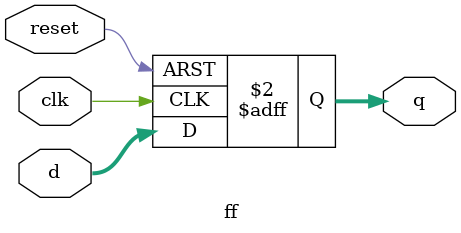
<source format=v>
module ff #(parameter WIDTH = 32)(
    input clk,
    input reset,
    input [WIDTH-1:0] d,
    output reg [WIDTH-1:0] q
);

    always @(posedge clk or posedge reset) begin
        if (reset)
            q <= 0;
        else
            q <= d;
    end

endmodule
</source>
